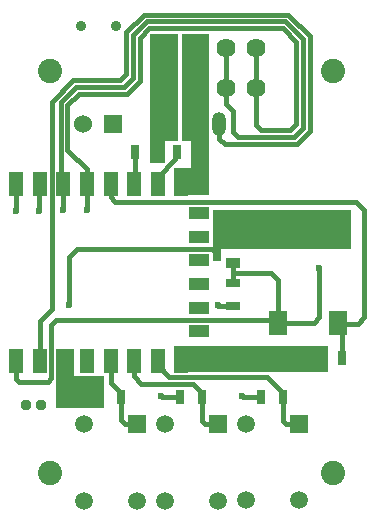
<source format=gtl>
G04*
G04 #@! TF.GenerationSoftware,Altium Limited,Altium Designer,19.0.15 (446)*
G04*
G04 Layer_Physical_Order=1*
G04 Layer_Color=255*
%FSLAX44Y44*%
%MOMM*%
G71*
G01*
G75*
%ADD14R,1.5000X2.0000*%
%ADD15R,1.3000X0.9000*%
%ADD16R,0.7000X1.3000*%
%ADD17R,1.3000X0.7000*%
%ADD18R,1.7000X1.1000*%
%ADD19R,1.2000X2.0000*%
%ADD37C,0.3810*%
%ADD38C,0.9000*%
%ADD39R,1.5300X1.5300*%
%ADD40C,1.5300*%
%ADD41C,0.9500*%
%ADD42C,2.0500*%
%ADD43O,1.2000X2.0000*%
%ADD44R,1.4980X1.4980*%
%ADD45C,1.4980*%
%ADD46C,1.6200*%
%ADD47C,0.6000*%
G36*
X396000Y263000D02*
X421000D01*
Y236000D01*
X380556Y236000D01*
Y286000D01*
X396000Y286000D01*
Y263000D01*
D02*
G37*
G36*
X611000Y266000D02*
X480000D01*
Y288000D01*
X611000D01*
Y266000D01*
D02*
G37*
G36*
X484000Y462000D02*
X473000D01*
Y443579D01*
X472421Y443000D01*
X460000D01*
Y552000D01*
X484000D01*
Y462000D01*
D02*
G37*
G36*
X510000Y416000D02*
X480000D01*
Y439000D01*
X495000D01*
Y462000D01*
X487000D01*
Y552000D01*
X510000D01*
Y416000D01*
D02*
G37*
G36*
X630000Y370000D02*
X520000D01*
Y360000D01*
X513000D01*
Y403000D01*
X630000D01*
Y370000D01*
D02*
G37*
D14*
X568198Y307996D02*
D03*
Y389996D02*
D03*
X619506Y307488D02*
D03*
Y389488D02*
D03*
D15*
X530098Y358546D02*
D03*
Y377546D02*
D03*
D16*
X504038Y245364D02*
D03*
X485038D02*
D03*
X572618D02*
D03*
X553618D02*
D03*
X435458D02*
D03*
X416458D02*
D03*
X622910Y278130D02*
D03*
X603910D02*
D03*
X447294Y452120D02*
D03*
X466294D02*
D03*
X502158D02*
D03*
X483158D02*
D03*
D17*
X530098Y341224D02*
D03*
Y322224D02*
D03*
D18*
X501560Y400793D02*
D03*
Y380793D02*
D03*
Y360793D02*
D03*
Y340793D02*
D03*
Y320793D02*
D03*
Y300793D02*
D03*
D19*
X346560Y425793D02*
D03*
X366560D02*
D03*
X386560D02*
D03*
X406560D02*
D03*
X426560D02*
D03*
X446560D02*
D03*
X466560D02*
D03*
X486560D02*
D03*
Y275793D02*
D03*
X466560D02*
D03*
X446560D02*
D03*
X426560D02*
D03*
X406560D02*
D03*
X386560D02*
D03*
X366560D02*
D03*
X346560D02*
D03*
X467868Y476504D02*
D03*
D37*
X376655Y319655D02*
Y495196D01*
X366560Y309560D02*
X376655Y319655D01*
X366560Y275793D02*
Y309560D01*
X391414Y363728D02*
X397884Y370199D01*
X512621D01*
X516043Y366776D01*
X516636D01*
X391414Y322580D02*
Y363728D01*
X517144Y322580D02*
X517322Y322402D01*
X529920D01*
X530098Y322224D01*
X619908Y307086D02*
X622910Y304084D01*
X619506Y307488D02*
X619908Y307086D01*
X622910Y278130D02*
Y304084D01*
X538480Y245364D02*
X553618D01*
X469900D02*
X485038D01*
X530098Y349885D02*
Y358546D01*
Y341224D02*
Y349885D01*
X568198Y307996D02*
Y344424D01*
X562737Y349885D02*
X568198Y344424D01*
X530098Y349885D02*
X562737D01*
X568198Y307996D02*
X598424D01*
X603250Y312822D01*
Y354330D01*
X572618Y224724D02*
X574850Y222492D01*
X572618Y224724D02*
Y245364D01*
X574850Y222492D02*
X586380D01*
X504038Y224688D02*
X506476Y222250D01*
X504038Y224688D02*
Y245364D01*
X506476Y222250D02*
X517788D01*
X517800Y222238D01*
X435458Y225196D02*
Y245364D01*
Y225196D02*
X438404Y222250D01*
X449208D01*
X449220Y222238D01*
X446278Y262582D02*
X452781Y256078D01*
X572618Y245364D02*
Y248364D01*
X559094Y261889D02*
X572618Y248364D01*
X476465Y261889D02*
X559094D01*
X466560Y271793D02*
X476465Y261889D01*
X466560Y271793D02*
Y275793D01*
X452781Y256078D02*
X496324D01*
X504038Y248364D01*
Y245364D02*
Y248364D01*
X446278Y262582D02*
Y275511D01*
X446560Y275793D01*
X426560Y257262D02*
X435458Y248364D01*
Y245364D02*
Y248364D01*
X426560Y257262D02*
Y275793D01*
X481563Y446511D02*
Y450525D01*
X466560Y431508D02*
X481563Y446511D01*
X466560Y425793D02*
Y431508D01*
X481563Y450525D02*
X483158Y452120D01*
X447294Y426527D02*
Y452120D01*
X446560Y425793D02*
X447294Y426527D01*
X549383Y506495D02*
X549402Y506476D01*
X549383Y506495D02*
Y540747D01*
X549365Y540766D02*
X549383Y540747D01*
X523983Y506495D02*
X524002Y506476D01*
X523983Y506495D02*
Y540747D01*
X523965Y540766D02*
X523983Y540747D01*
X553720Y470916D02*
X578269D01*
X549402Y475234D02*
X553720Y470916D01*
X549402Y475234D02*
Y506476D01*
X572262Y557276D02*
X583946Y545592D01*
Y476593D02*
Y545592D01*
X578269Y470916D02*
X583946Y476593D01*
X530098Y469646D02*
Y487172D01*
X524256Y493014D02*
X530098Y487172D01*
X524256Y493014D02*
Y506222D01*
X530098Y469646D02*
X534670Y465074D01*
X581660D01*
X589788Y473202D02*
Y547967D01*
X581660Y465074D02*
X589788Y473202D01*
X595598Y470630D02*
Y550373D01*
X584200Y459232D02*
X595598Y470630D01*
X523240Y459232D02*
X584200D01*
X577075Y568896D02*
X595598Y550373D01*
X454673Y568896D02*
X577075D01*
X439711Y553934D02*
X454673Y568896D01*
X574669Y563086D02*
X589788Y547967D01*
X457079Y563086D02*
X574669D01*
X445521Y551528D02*
X457079Y563086D01*
X459486Y557276D02*
X572262D01*
X451331Y549121D02*
X459486Y557276D01*
X439711Y518705D02*
Y553934D01*
X445521Y515371D02*
Y551528D01*
X451331Y512799D02*
Y549121D01*
X434340Y513334D02*
X439711Y518705D01*
X394793Y513334D02*
X434340D01*
X437610Y507460D02*
X445521Y515371D01*
X397135Y507460D02*
X437610D01*
X440182Y501650D02*
X451331Y512799D01*
X399542Y501650D02*
X440182D01*
X376655Y495196D02*
X394793Y513334D01*
X384302Y494627D02*
X397135Y507460D01*
X390112Y492220D02*
X399542Y501650D01*
X384302Y428051D02*
Y494627D01*
X390112Y454438D02*
Y492220D01*
X406560Y425793D02*
Y437990D01*
X390112Y454438D02*
X406560Y437990D01*
X376465Y260895D02*
Y306107D01*
X373380Y257810D02*
X376465Y260895D01*
X348829Y257810D02*
X373380D01*
X380556Y310198D02*
X565995D01*
X376465Y306107D02*
X380556Y310198D01*
X565995D02*
X568198Y307996D01*
X346560Y260079D02*
X348829Y257810D01*
X346560Y260079D02*
Y275793D01*
X518668Y463804D02*
X523240Y459232D01*
X518668Y463804D02*
Y476504D01*
X430215Y410525D02*
X634177D01*
X426560Y414180D02*
X430215Y410525D01*
X634177D02*
X641350Y403352D01*
X426560Y414180D02*
Y425793D01*
X619908Y307086D02*
X636016D01*
X641350Y312420D01*
Y403352D01*
X524002Y506476D02*
X524256Y506222D01*
X384302Y428051D02*
X386560Y425793D01*
X406560Y403136D02*
Y425793D01*
X386560Y403136D02*
Y425793D01*
X366268Y402844D02*
Y425502D01*
X346202Y402590D02*
X346560Y402948D01*
Y425793D01*
X366268Y425502D02*
X366560Y425793D01*
D38*
X401306Y558800D02*
D03*
X431306D02*
D03*
D39*
X429006Y476504D02*
D03*
D40*
X403606D02*
D03*
D41*
X355346Y237998D02*
D03*
X368046D02*
D03*
D42*
X375263Y520793D02*
D03*
X615263D02*
D03*
Y180793D02*
D03*
X375263D02*
D03*
D43*
X518668Y476504D02*
D03*
X493268D02*
D03*
D44*
X517800Y222238D02*
D03*
X586380Y222492D02*
D03*
X449220Y222238D02*
D03*
D45*
X472800D02*
D03*
Y157238D02*
D03*
X517800D02*
D03*
X541380Y222492D02*
D03*
Y157492D02*
D03*
X586380D02*
D03*
X404220Y222238D02*
D03*
Y157238D02*
D03*
X449220D02*
D03*
D46*
X549365Y540766D02*
D03*
X523965D02*
D03*
X498565D02*
D03*
X473165D02*
D03*
X549402Y506476D02*
D03*
X524002D02*
D03*
X498602D02*
D03*
X473202D02*
D03*
D47*
X391414Y322580D02*
D03*
X516636Y366776D02*
D03*
X604012Y397764D02*
D03*
X517144Y322580D02*
D03*
X501952Y275539D02*
D03*
X538226Y245618D02*
D03*
X469646D02*
D03*
X401066D02*
D03*
X406560Y403136D02*
D03*
X386560D02*
D03*
X366268Y402844D02*
D03*
X346202Y402590D02*
D03*
X603250Y354330D02*
D03*
M02*

</source>
